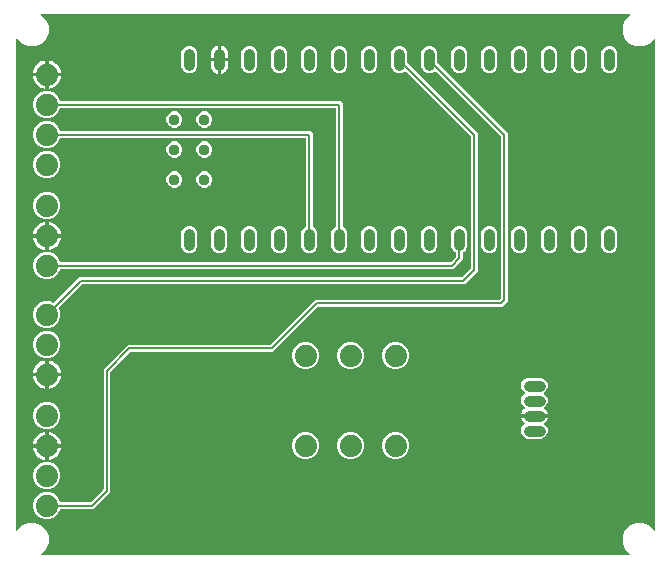
<source format=gbr>
G04 EAGLE Gerber X2 export*
%TF.Part,Single*%
%TF.FileFunction,Copper,L2,Bot,Mixed*%
%TF.FilePolarity,Positive*%
%TF.GenerationSoftware,Autodesk,EAGLE,8.7.0*%
%TF.CreationDate,2018-03-25T19:34:28Z*%
G75*
%MOMM*%
%FSLAX34Y34*%
%LPD*%
%AMOC8*
5,1,8,0,0,1.08239X$1,22.5*%
G01*
%ADD10C,0.914400*%
%ADD11C,1.879600*%
%ADD12C,0.960000*%
%ADD13C,0.960000*%
%ADD14C,0.152400*%

G36*
X544214Y24655D02*
X544214Y24655D01*
X544311Y24664D01*
X544335Y24674D01*
X544360Y24679D01*
X544446Y24724D01*
X544535Y24764D01*
X544555Y24781D01*
X544578Y24794D01*
X544645Y24864D01*
X544717Y24930D01*
X544729Y24953D01*
X544747Y24972D01*
X544788Y25060D01*
X544835Y25146D01*
X544840Y25171D01*
X544851Y25195D01*
X544861Y25292D01*
X544879Y25388D01*
X544875Y25414D01*
X544878Y25439D01*
X544857Y25535D01*
X544843Y25631D01*
X544831Y25654D01*
X544826Y25680D01*
X544775Y25764D01*
X544731Y25850D01*
X544713Y25869D01*
X544699Y25891D01*
X544625Y25954D01*
X544556Y26023D01*
X544527Y26038D01*
X544512Y26051D01*
X544482Y26063D01*
X544434Y26089D01*
X540445Y30079D01*
X538289Y35283D01*
X538289Y40917D01*
X540445Y46121D01*
X544429Y50105D01*
X549633Y52261D01*
X555267Y52261D01*
X560471Y50105D01*
X564466Y46111D01*
X564498Y46058D01*
X564544Y45972D01*
X564562Y45954D01*
X564576Y45932D01*
X564652Y45870D01*
X564722Y45803D01*
X564746Y45792D01*
X564766Y45775D01*
X564857Y45740D01*
X564945Y45699D01*
X564971Y45696D01*
X564995Y45687D01*
X565093Y45683D01*
X565189Y45672D01*
X565215Y45678D01*
X565241Y45677D01*
X565335Y45704D01*
X565430Y45724D01*
X565452Y45738D01*
X565477Y45745D01*
X565557Y45801D01*
X565641Y45851D01*
X565658Y45871D01*
X565679Y45885D01*
X565738Y45964D01*
X565801Y46038D01*
X565811Y46062D01*
X565826Y46083D01*
X565856Y46175D01*
X565893Y46266D01*
X565896Y46298D01*
X565902Y46317D01*
X565902Y46350D01*
X565911Y46432D01*
X565911Y461568D01*
X565896Y461664D01*
X565886Y461761D01*
X565876Y461785D01*
X565872Y461810D01*
X565826Y461896D01*
X565786Y461985D01*
X565769Y462005D01*
X565756Y462028D01*
X565686Y462095D01*
X565620Y462166D01*
X565597Y462179D01*
X565578Y462197D01*
X565490Y462238D01*
X565404Y462285D01*
X565379Y462290D01*
X565355Y462301D01*
X565258Y462311D01*
X565162Y462329D01*
X565136Y462325D01*
X565111Y462328D01*
X565015Y462307D01*
X564919Y462293D01*
X564896Y462281D01*
X564870Y462276D01*
X564787Y462226D01*
X564700Y462181D01*
X564681Y462163D01*
X564659Y462149D01*
X564596Y462075D01*
X564528Y462006D01*
X564512Y461977D01*
X564499Y461962D01*
X564487Y461932D01*
X564461Y461885D01*
X560471Y457895D01*
X555267Y455739D01*
X549633Y455739D01*
X544429Y457895D01*
X540445Y461879D01*
X538289Y467083D01*
X538289Y472717D01*
X540445Y477921D01*
X544439Y481916D01*
X544492Y481948D01*
X544578Y481994D01*
X544596Y482012D01*
X544618Y482026D01*
X544680Y482102D01*
X544747Y482172D01*
X544758Y482196D01*
X544775Y482216D01*
X544810Y482307D01*
X544851Y482395D01*
X544854Y482421D01*
X544863Y482445D01*
X544867Y482543D01*
X544878Y482639D01*
X544872Y482665D01*
X544873Y482691D01*
X544846Y482785D01*
X544826Y482880D01*
X544812Y482902D01*
X544805Y482927D01*
X544749Y483007D01*
X544699Y483091D01*
X544679Y483108D01*
X544665Y483129D01*
X544586Y483188D01*
X544512Y483251D01*
X544488Y483261D01*
X544467Y483276D01*
X544375Y483306D01*
X544284Y483343D01*
X544252Y483346D01*
X544233Y483352D01*
X544200Y483352D01*
X544118Y483361D01*
X46432Y483361D01*
X46336Y483346D01*
X46239Y483336D01*
X46215Y483326D01*
X46190Y483322D01*
X46104Y483276D01*
X46015Y483236D01*
X45995Y483219D01*
X45972Y483206D01*
X45905Y483136D01*
X45834Y483070D01*
X45821Y483047D01*
X45803Y483028D01*
X45762Y482940D01*
X45715Y482854D01*
X45710Y482829D01*
X45699Y482805D01*
X45689Y482708D01*
X45671Y482612D01*
X45675Y482586D01*
X45672Y482561D01*
X45693Y482465D01*
X45707Y482369D01*
X45719Y482346D01*
X45724Y482320D01*
X45774Y482237D01*
X45819Y482150D01*
X45837Y482131D01*
X45851Y482109D01*
X45925Y482046D01*
X45994Y481978D01*
X46023Y481962D01*
X46038Y481949D01*
X46068Y481937D01*
X46115Y481911D01*
X50105Y477921D01*
X52261Y472717D01*
X52261Y467083D01*
X50105Y461879D01*
X46121Y457895D01*
X40917Y455739D01*
X35283Y455739D01*
X30079Y457895D01*
X26085Y461889D01*
X26052Y461942D01*
X26006Y462028D01*
X25988Y462046D01*
X25974Y462068D01*
X25899Y462130D01*
X25828Y462197D01*
X25804Y462208D01*
X25784Y462225D01*
X25693Y462260D01*
X25605Y462301D01*
X25579Y462304D01*
X25555Y462313D01*
X25457Y462317D01*
X25361Y462328D01*
X25335Y462322D01*
X25309Y462323D01*
X25216Y462296D01*
X25120Y462276D01*
X25098Y462262D01*
X25073Y462255D01*
X24993Y462199D01*
X24909Y462149D01*
X24892Y462130D01*
X24871Y462115D01*
X24813Y462036D01*
X24749Y461962D01*
X24739Y461938D01*
X24724Y461917D01*
X24694Y461825D01*
X24657Y461734D01*
X24654Y461702D01*
X24648Y461683D01*
X24648Y461650D01*
X24639Y461568D01*
X24639Y46432D01*
X24655Y46336D01*
X24664Y46239D01*
X24674Y46215D01*
X24679Y46190D01*
X24724Y46104D01*
X24764Y46015D01*
X24781Y45995D01*
X24794Y45972D01*
X24864Y45905D01*
X24930Y45833D01*
X24953Y45821D01*
X24972Y45803D01*
X25060Y45762D01*
X25146Y45715D01*
X25171Y45710D01*
X25195Y45699D01*
X25292Y45689D01*
X25388Y45671D01*
X25414Y45675D01*
X25439Y45672D01*
X25535Y45693D01*
X25631Y45707D01*
X25654Y45719D01*
X25680Y45724D01*
X25764Y45775D01*
X25850Y45819D01*
X25869Y45837D01*
X25891Y45851D01*
X25954Y45925D01*
X26023Y45994D01*
X26038Y46023D01*
X26051Y46038D01*
X26063Y46068D01*
X26089Y46116D01*
X30079Y50105D01*
X35283Y52261D01*
X40917Y52261D01*
X46121Y50105D01*
X50105Y46121D01*
X52261Y40917D01*
X52261Y35283D01*
X50105Y30079D01*
X46111Y26085D01*
X46058Y26052D01*
X45972Y26006D01*
X45954Y25988D01*
X45932Y25974D01*
X45870Y25899D01*
X45803Y25828D01*
X45792Y25804D01*
X45775Y25784D01*
X45740Y25693D01*
X45699Y25605D01*
X45696Y25579D01*
X45687Y25555D01*
X45683Y25457D01*
X45672Y25361D01*
X45678Y25335D01*
X45677Y25309D01*
X45704Y25216D01*
X45724Y25120D01*
X45738Y25098D01*
X45745Y25073D01*
X45801Y24993D01*
X45851Y24909D01*
X45870Y24892D01*
X45885Y24871D01*
X45964Y24813D01*
X46038Y24749D01*
X46062Y24739D01*
X46083Y24724D01*
X46175Y24694D01*
X46266Y24657D01*
X46298Y24654D01*
X46317Y24648D01*
X46350Y24648D01*
X46432Y24639D01*
X544118Y24639D01*
X544214Y24655D01*
G37*
%LPC*%
G36*
X48523Y55226D02*
X48523Y55226D01*
X44315Y56969D01*
X41094Y60190D01*
X39351Y64398D01*
X39351Y68952D01*
X41094Y73160D01*
X44315Y76381D01*
X48523Y78124D01*
X53077Y78124D01*
X57285Y76381D01*
X60506Y73160D01*
X61832Y69958D01*
X61894Y69858D01*
X61954Y69758D01*
X61959Y69754D01*
X61962Y69749D01*
X62052Y69674D01*
X62141Y69598D01*
X62147Y69596D01*
X62151Y69592D01*
X62260Y69550D01*
X62369Y69506D01*
X62376Y69505D01*
X62381Y69504D01*
X62399Y69503D01*
X62536Y69488D01*
X87420Y69488D01*
X87510Y69502D01*
X87601Y69510D01*
X87630Y69522D01*
X87662Y69527D01*
X87743Y69570D01*
X87827Y69606D01*
X87859Y69632D01*
X87880Y69643D01*
X87902Y69666D01*
X87958Y69711D01*
X98564Y80317D01*
X98617Y80391D01*
X98677Y80461D01*
X98689Y80491D01*
X98708Y80517D01*
X98735Y80604D01*
X98769Y80689D01*
X98773Y80730D01*
X98780Y80752D01*
X98779Y80784D01*
X98787Y80855D01*
X98787Y182140D01*
X119485Y202838D01*
X239820Y202838D01*
X239910Y202852D01*
X240001Y202860D01*
X240030Y202872D01*
X240062Y202877D01*
X240143Y202920D01*
X240227Y202956D01*
X240259Y202982D01*
X240280Y202993D01*
X240302Y203016D01*
X240358Y203061D01*
X276364Y239067D01*
X278235Y240938D01*
X433495Y240938D01*
X433585Y240952D01*
X433676Y240960D01*
X433705Y240972D01*
X433737Y240977D01*
X433818Y241020D01*
X433902Y241056D01*
X433934Y241082D01*
X433955Y241093D01*
X433977Y241116D01*
X434033Y241161D01*
X435114Y242242D01*
X435167Y242316D01*
X435227Y242386D01*
X435239Y242416D01*
X435258Y242442D01*
X435285Y242529D01*
X435319Y242614D01*
X435323Y242655D01*
X435330Y242677D01*
X435329Y242709D01*
X435337Y242780D01*
X435337Y379520D01*
X435323Y379610D01*
X435315Y379701D01*
X435303Y379730D01*
X435298Y379762D01*
X435255Y379843D01*
X435219Y379927D01*
X435193Y379959D01*
X435182Y379980D01*
X435159Y380002D01*
X435114Y380058D01*
X380444Y434729D01*
X380427Y434740D01*
X380415Y434756D01*
X380328Y434812D01*
X380244Y434872D01*
X380225Y434878D01*
X380208Y434889D01*
X380108Y434914D01*
X380009Y434945D01*
X379989Y434944D01*
X379970Y434949D01*
X379867Y434941D01*
X379763Y434938D01*
X379744Y434931D01*
X379724Y434930D01*
X379629Y434889D01*
X379532Y434854D01*
X379516Y434841D01*
X379498Y434833D01*
X379367Y434729D01*
X378531Y433892D01*
X376013Y432849D01*
X373287Y432849D01*
X370769Y433892D01*
X368842Y435819D01*
X367799Y438337D01*
X367799Y450663D01*
X368842Y453181D01*
X370769Y455108D01*
X373287Y456151D01*
X376013Y456151D01*
X378531Y455108D01*
X380458Y453181D01*
X381501Y450663D01*
X381501Y441942D01*
X381515Y441852D01*
X381523Y441761D01*
X381535Y441732D01*
X381540Y441700D01*
X381583Y441619D01*
X381619Y441535D01*
X381645Y441503D01*
X381656Y441482D01*
X381679Y441460D01*
X381724Y441404D01*
X440963Y382165D01*
X440963Y240135D01*
X436140Y235312D01*
X280880Y235312D01*
X280790Y235298D01*
X280699Y235290D01*
X280670Y235278D01*
X280638Y235273D01*
X280557Y235230D01*
X280473Y235194D01*
X280441Y235168D01*
X280420Y235157D01*
X280398Y235134D01*
X280342Y235089D01*
X244336Y199083D01*
X242465Y197212D01*
X122130Y197212D01*
X122040Y197198D01*
X121949Y197190D01*
X121920Y197178D01*
X121888Y197173D01*
X121807Y197130D01*
X121723Y197094D01*
X121691Y197068D01*
X121670Y197057D01*
X121648Y197034D01*
X121592Y196989D01*
X104636Y180033D01*
X104583Y179959D01*
X104523Y179889D01*
X104511Y179859D01*
X104492Y179833D01*
X104465Y179746D01*
X104431Y179661D01*
X104427Y179620D01*
X104420Y179598D01*
X104421Y179566D01*
X104413Y179495D01*
X104413Y78210D01*
X90065Y63862D01*
X62536Y63862D01*
X62421Y63843D01*
X62305Y63826D01*
X62299Y63824D01*
X62293Y63823D01*
X62190Y63768D01*
X62085Y63715D01*
X62081Y63710D01*
X62075Y63707D01*
X61996Y63623D01*
X61913Y63539D01*
X61910Y63533D01*
X61906Y63529D01*
X61898Y63512D01*
X61832Y63392D01*
X60506Y60190D01*
X57285Y56969D01*
X53077Y55226D01*
X48523Y55226D01*
G37*
%LPD*%
%LPC*%
G36*
X48523Y217151D02*
X48523Y217151D01*
X44315Y218894D01*
X41094Y222115D01*
X39351Y226323D01*
X39351Y230877D01*
X41094Y235085D01*
X44315Y238306D01*
X48523Y240049D01*
X53077Y240049D01*
X56280Y238722D01*
X56393Y238696D01*
X56507Y238667D01*
X56513Y238667D01*
X56519Y238666D01*
X56636Y238677D01*
X56752Y238686D01*
X56758Y238689D01*
X56764Y238689D01*
X56872Y238737D01*
X56978Y238782D01*
X56984Y238787D01*
X56989Y238789D01*
X57003Y238802D01*
X57109Y238887D01*
X76339Y258117D01*
X78210Y259988D01*
X401745Y259988D01*
X401835Y260002D01*
X401926Y260010D01*
X401955Y260022D01*
X401987Y260027D01*
X402068Y260070D01*
X402152Y260106D01*
X402184Y260132D01*
X402205Y260143D01*
X402227Y260166D01*
X402283Y260211D01*
X409714Y267642D01*
X409767Y267716D01*
X409827Y267786D01*
X409839Y267816D01*
X409858Y267842D01*
X409885Y267929D01*
X409919Y268014D01*
X409923Y268055D01*
X409930Y268077D01*
X409929Y268109D01*
X409937Y268180D01*
X409937Y379520D01*
X409923Y379610D01*
X409915Y379701D01*
X409903Y379730D01*
X409898Y379762D01*
X409855Y379843D01*
X409819Y379927D01*
X409793Y379959D01*
X409782Y379980D01*
X409759Y380002D01*
X409714Y380058D01*
X355044Y434729D01*
X355027Y434740D01*
X355015Y434756D01*
X354928Y434812D01*
X354844Y434872D01*
X354825Y434878D01*
X354808Y434889D01*
X354708Y434914D01*
X354609Y434945D01*
X354589Y434944D01*
X354570Y434949D01*
X354467Y434941D01*
X354363Y434938D01*
X354344Y434931D01*
X354324Y434930D01*
X354230Y434889D01*
X354132Y434854D01*
X354116Y434841D01*
X354098Y434833D01*
X353967Y434729D01*
X353131Y433892D01*
X350613Y432849D01*
X347887Y432849D01*
X345369Y433892D01*
X343442Y435819D01*
X342399Y438337D01*
X342399Y450663D01*
X343442Y453181D01*
X345369Y455108D01*
X347887Y456151D01*
X350613Y456151D01*
X353131Y455108D01*
X355058Y453181D01*
X356101Y450663D01*
X356101Y441942D01*
X356115Y441852D01*
X356123Y441761D01*
X356135Y441732D01*
X356140Y441700D01*
X356183Y441619D01*
X356219Y441535D01*
X356245Y441503D01*
X356256Y441482D01*
X356279Y441460D01*
X356324Y441404D01*
X413692Y384036D01*
X415563Y382165D01*
X415563Y265535D01*
X406261Y256233D01*
X404390Y254362D01*
X80855Y254362D01*
X80765Y254348D01*
X80674Y254340D01*
X80645Y254328D01*
X80613Y254323D01*
X80532Y254280D01*
X80448Y254244D01*
X80416Y254218D01*
X80395Y254207D01*
X80373Y254184D01*
X80317Y254139D01*
X61087Y234909D01*
X61020Y234815D01*
X60949Y234721D01*
X60947Y234715D01*
X60944Y234710D01*
X60910Y234599D01*
X60873Y234487D01*
X60873Y234481D01*
X60871Y234475D01*
X60874Y234358D01*
X60875Y234241D01*
X60878Y234234D01*
X60878Y234229D01*
X60884Y234211D01*
X60922Y234080D01*
X62249Y230877D01*
X62249Y226323D01*
X60506Y222115D01*
X57285Y218894D01*
X53077Y217151D01*
X48523Y217151D01*
G37*
%LPD*%
%LPC*%
G36*
X48523Y258426D02*
X48523Y258426D01*
X44315Y260169D01*
X41094Y263390D01*
X39351Y267598D01*
X39351Y272152D01*
X41094Y276360D01*
X44315Y279581D01*
X48523Y281324D01*
X53077Y281324D01*
X57285Y279581D01*
X60506Y276360D01*
X61832Y273158D01*
X61894Y273058D01*
X61954Y272958D01*
X61959Y272954D01*
X61962Y272949D01*
X62052Y272874D01*
X62141Y272798D01*
X62147Y272796D01*
X62151Y272792D01*
X62260Y272750D01*
X62369Y272706D01*
X62376Y272705D01*
X62381Y272704D01*
X62399Y272703D01*
X62536Y272688D01*
X392220Y272688D01*
X392310Y272702D01*
X392401Y272710D01*
X392430Y272722D01*
X392462Y272727D01*
X392543Y272770D01*
X392627Y272806D01*
X392659Y272832D01*
X392680Y272843D01*
X392702Y272866D01*
X392758Y272911D01*
X397014Y277167D01*
X397067Y277241D01*
X397127Y277311D01*
X397139Y277341D01*
X397158Y277367D01*
X397185Y277454D01*
X397219Y277539D01*
X397223Y277580D01*
X397230Y277602D01*
X397229Y277634D01*
X397237Y277705D01*
X397237Y280541D01*
X397218Y280656D01*
X397201Y280772D01*
X397199Y280778D01*
X397198Y280784D01*
X397143Y280886D01*
X397090Y280991D01*
X397085Y280996D01*
X397082Y281001D01*
X396998Y281081D01*
X396914Y281164D01*
X396908Y281167D01*
X396904Y281171D01*
X396887Y281179D01*
X396767Y281245D01*
X396169Y281492D01*
X394242Y283419D01*
X393199Y285937D01*
X393199Y298263D01*
X394242Y300781D01*
X396169Y302708D01*
X398687Y303751D01*
X401413Y303751D01*
X403931Y302708D01*
X405858Y300781D01*
X406901Y298263D01*
X406901Y285937D01*
X405858Y283419D01*
X403931Y281492D01*
X403333Y281245D01*
X403233Y281183D01*
X403133Y281123D01*
X403129Y281118D01*
X403124Y281115D01*
X403049Y281024D01*
X402973Y280936D01*
X402971Y280930D01*
X402967Y280925D01*
X402925Y280817D01*
X402881Y280708D01*
X402880Y280700D01*
X402879Y280696D01*
X402878Y280678D01*
X402863Y280541D01*
X402863Y275060D01*
X394865Y267062D01*
X62536Y267062D01*
X62421Y267043D01*
X62305Y267026D01*
X62299Y267024D01*
X62293Y267023D01*
X62190Y266968D01*
X62085Y266915D01*
X62081Y266910D01*
X62075Y266907D01*
X61996Y266823D01*
X61913Y266739D01*
X61910Y266733D01*
X61906Y266729D01*
X61898Y266712D01*
X61832Y266592D01*
X60506Y263390D01*
X57285Y260169D01*
X53077Y258426D01*
X48523Y258426D01*
G37*
%LPD*%
%LPC*%
G36*
X297087Y280449D02*
X297087Y280449D01*
X294569Y281492D01*
X292642Y283419D01*
X291599Y285937D01*
X291599Y298263D01*
X292642Y300781D01*
X294569Y302708D01*
X295167Y302955D01*
X295267Y303017D01*
X295367Y303077D01*
X295371Y303082D01*
X295376Y303085D01*
X295451Y303175D01*
X295527Y303264D01*
X295529Y303270D01*
X295533Y303275D01*
X295575Y303383D01*
X295619Y303492D01*
X295620Y303500D01*
X295621Y303504D01*
X295622Y303522D01*
X295637Y303659D01*
X295637Y402826D01*
X295634Y402846D01*
X295636Y402865D01*
X295614Y402967D01*
X295598Y403069D01*
X295588Y403086D01*
X295584Y403106D01*
X295531Y403195D01*
X295482Y403286D01*
X295468Y403300D01*
X295458Y403317D01*
X295379Y403384D01*
X295304Y403456D01*
X295286Y403464D01*
X295271Y403477D01*
X295175Y403516D01*
X295081Y403559D01*
X295061Y403561D01*
X295043Y403569D01*
X294876Y403587D01*
X62536Y403587D01*
X62421Y403568D01*
X62305Y403551D01*
X62299Y403549D01*
X62293Y403548D01*
X62190Y403493D01*
X62085Y403440D01*
X62081Y403435D01*
X62075Y403432D01*
X61996Y403348D01*
X61913Y403264D01*
X61910Y403258D01*
X61906Y403254D01*
X61898Y403237D01*
X61832Y403117D01*
X60506Y399915D01*
X57285Y396694D01*
X53077Y394951D01*
X48523Y394951D01*
X44315Y396694D01*
X41094Y399915D01*
X39351Y404123D01*
X39351Y408677D01*
X41094Y412885D01*
X44315Y416106D01*
X48523Y417849D01*
X53077Y417849D01*
X57285Y416106D01*
X60506Y412885D01*
X61832Y409683D01*
X61894Y409583D01*
X61954Y409483D01*
X61959Y409479D01*
X61962Y409474D01*
X62052Y409399D01*
X62141Y409323D01*
X62147Y409321D01*
X62151Y409317D01*
X62260Y409275D01*
X62369Y409231D01*
X62376Y409230D01*
X62381Y409229D01*
X62399Y409228D01*
X62536Y409213D01*
X299615Y409213D01*
X301263Y407565D01*
X301263Y303659D01*
X301282Y303544D01*
X301299Y303428D01*
X301301Y303422D01*
X301302Y303416D01*
X301357Y303314D01*
X301410Y303209D01*
X301415Y303204D01*
X301418Y303199D01*
X301502Y303119D01*
X301586Y303036D01*
X301592Y303033D01*
X301596Y303029D01*
X301613Y303021D01*
X301733Y302955D01*
X302331Y302708D01*
X304258Y300781D01*
X305301Y298263D01*
X305301Y285937D01*
X304258Y283419D01*
X302331Y281492D01*
X299813Y280449D01*
X297087Y280449D01*
G37*
%LPD*%
%LPC*%
G36*
X271687Y280449D02*
X271687Y280449D01*
X269169Y281492D01*
X267242Y283419D01*
X266199Y285937D01*
X266199Y298263D01*
X267242Y300781D01*
X269169Y302708D01*
X269767Y302955D01*
X269867Y303017D01*
X269967Y303077D01*
X269971Y303082D01*
X269976Y303085D01*
X270051Y303175D01*
X270127Y303264D01*
X270129Y303270D01*
X270133Y303275D01*
X270175Y303383D01*
X270219Y303492D01*
X270220Y303500D01*
X270221Y303504D01*
X270222Y303522D01*
X270237Y303659D01*
X270237Y377426D01*
X270234Y377446D01*
X270236Y377465D01*
X270214Y377567D01*
X270198Y377669D01*
X270188Y377686D01*
X270184Y377706D01*
X270131Y377795D01*
X270082Y377886D01*
X270068Y377900D01*
X270058Y377917D01*
X269979Y377984D01*
X269904Y378056D01*
X269886Y378064D01*
X269871Y378077D01*
X269775Y378116D01*
X269681Y378159D01*
X269661Y378161D01*
X269643Y378169D01*
X269476Y378187D01*
X62536Y378187D01*
X62421Y378168D01*
X62305Y378151D01*
X62299Y378149D01*
X62293Y378148D01*
X62190Y378093D01*
X62085Y378040D01*
X62081Y378035D01*
X62075Y378032D01*
X61996Y377948D01*
X61913Y377864D01*
X61910Y377858D01*
X61906Y377854D01*
X61898Y377837D01*
X61832Y377717D01*
X60506Y374515D01*
X57285Y371294D01*
X53077Y369551D01*
X48523Y369551D01*
X44315Y371294D01*
X41094Y374515D01*
X39351Y378723D01*
X39351Y383277D01*
X41094Y387485D01*
X44315Y390706D01*
X48523Y392449D01*
X53077Y392449D01*
X57285Y390706D01*
X60506Y387485D01*
X61832Y384283D01*
X61894Y384183D01*
X61954Y384083D01*
X61959Y384079D01*
X61962Y384074D01*
X62052Y383999D01*
X62141Y383923D01*
X62147Y383921D01*
X62151Y383917D01*
X62260Y383875D01*
X62369Y383831D01*
X62376Y383830D01*
X62381Y383829D01*
X62399Y383828D01*
X62536Y383813D01*
X274215Y383813D01*
X275863Y382165D01*
X275863Y303659D01*
X275882Y303544D01*
X275899Y303428D01*
X275901Y303422D01*
X275902Y303416D01*
X275957Y303314D01*
X276010Y303209D01*
X276015Y303204D01*
X276018Y303199D01*
X276102Y303119D01*
X276186Y303036D01*
X276192Y303033D01*
X276196Y303029D01*
X276213Y303021D01*
X276333Y302955D01*
X276931Y302708D01*
X278858Y300781D01*
X279901Y298263D01*
X279901Y285937D01*
X278858Y283419D01*
X276931Y281492D01*
X274413Y280449D01*
X271687Y280449D01*
G37*
%LPD*%
%LPC*%
G36*
X457661Y123552D02*
X457661Y123552D01*
X455226Y124561D01*
X453364Y126423D01*
X452355Y128858D01*
X452355Y131492D01*
X453364Y133927D01*
X455193Y135756D01*
X455248Y135832D01*
X455308Y135904D01*
X455319Y135932D01*
X455336Y135955D01*
X455364Y136046D01*
X455399Y136133D01*
X455400Y136162D01*
X455409Y136190D01*
X455406Y136285D01*
X455411Y136379D01*
X455403Y136407D01*
X455402Y136436D01*
X455370Y136525D01*
X455344Y136616D01*
X455328Y136640D01*
X455318Y136667D01*
X455259Y136741D01*
X455206Y136819D01*
X455178Y136843D01*
X455164Y136859D01*
X455137Y136877D01*
X455077Y136927D01*
X454444Y137350D01*
X453453Y138341D01*
X452675Y139506D01*
X452139Y140800D01*
X452029Y141352D01*
X462788Y141352D01*
X462808Y141355D01*
X462827Y141353D01*
X462929Y141375D01*
X463031Y141392D01*
X463048Y141401D01*
X463068Y141405D01*
X463157Y141458D01*
X463248Y141507D01*
X463262Y141521D01*
X463279Y141531D01*
X463346Y141610D01*
X463417Y141685D01*
X463426Y141703D01*
X463439Y141718D01*
X463477Y141814D01*
X463521Y141908D01*
X463523Y141928D01*
X463531Y141946D01*
X463549Y142113D01*
X463549Y143637D01*
X463546Y143657D01*
X463548Y143676D01*
X463526Y143778D01*
X463509Y143880D01*
X463500Y143897D01*
X463496Y143917D01*
X463443Y144006D01*
X463394Y144097D01*
X463380Y144111D01*
X463370Y144128D01*
X463291Y144195D01*
X463216Y144266D01*
X463198Y144275D01*
X463183Y144288D01*
X463087Y144327D01*
X462993Y144370D01*
X462973Y144372D01*
X462955Y144380D01*
X462788Y144398D01*
X452029Y144398D01*
X452139Y144950D01*
X452675Y146244D01*
X453453Y147409D01*
X454444Y148400D01*
X455077Y148823D01*
X455146Y148887D01*
X455220Y148946D01*
X455236Y148971D01*
X455257Y148991D01*
X455302Y149074D01*
X455353Y149153D01*
X455360Y149182D01*
X455374Y149207D01*
X455390Y149300D01*
X455413Y149392D01*
X455411Y149421D01*
X455416Y149450D01*
X455401Y149543D01*
X455394Y149637D01*
X455382Y149664D01*
X455378Y149693D01*
X455334Y149777D01*
X455298Y149863D01*
X455275Y149892D01*
X455265Y149911D01*
X455241Y149934D01*
X455209Y149975D01*
X455208Y149975D01*
X455193Y149994D01*
X453364Y151823D01*
X452355Y154258D01*
X452355Y156892D01*
X453364Y159327D01*
X455226Y161189D01*
X455304Y161222D01*
X455365Y161259D01*
X455431Y161289D01*
X455469Y161324D01*
X455513Y161351D01*
X455559Y161407D01*
X455612Y161455D01*
X455637Y161501D01*
X455670Y161541D01*
X455696Y161608D01*
X455730Y161671D01*
X455740Y161722D01*
X455758Y161770D01*
X455761Y161842D01*
X455774Y161913D01*
X455767Y161964D01*
X455769Y162016D01*
X455749Y162085D01*
X455738Y162156D01*
X455715Y162202D01*
X455700Y162252D01*
X455659Y162311D01*
X455627Y162375D01*
X455590Y162412D01*
X455560Y162454D01*
X455502Y162497D01*
X455451Y162547D01*
X455389Y162582D01*
X455363Y162601D01*
X455340Y162608D01*
X455304Y162628D01*
X455226Y162661D01*
X453364Y164523D01*
X452355Y166958D01*
X452355Y169592D01*
X453364Y172027D01*
X455226Y173889D01*
X457661Y174898D01*
X469439Y174898D01*
X471874Y173889D01*
X473736Y172027D01*
X474745Y169592D01*
X474745Y166958D01*
X473736Y164523D01*
X471874Y162661D01*
X471796Y162628D01*
X471735Y162590D01*
X471669Y162561D01*
X471631Y162526D01*
X471587Y162499D01*
X471541Y162443D01*
X471488Y162395D01*
X471463Y162349D01*
X471430Y162309D01*
X471404Y162242D01*
X471369Y162179D01*
X471360Y162128D01*
X471342Y162080D01*
X471339Y162008D01*
X471326Y161937D01*
X471333Y161886D01*
X471331Y161834D01*
X471351Y161765D01*
X471362Y161694D01*
X471385Y161648D01*
X471400Y161598D01*
X471441Y161539D01*
X471473Y161475D01*
X471510Y161438D01*
X471540Y161396D01*
X471597Y161353D01*
X471649Y161303D01*
X471712Y161268D01*
X471737Y161249D01*
X471760Y161242D01*
X471796Y161222D01*
X471874Y161189D01*
X473736Y159327D01*
X474745Y156892D01*
X474745Y154258D01*
X473736Y151823D01*
X471907Y149994D01*
X471861Y149930D01*
X471844Y149912D01*
X471839Y149903D01*
X471792Y149846D01*
X471781Y149818D01*
X471764Y149795D01*
X471736Y149704D01*
X471701Y149617D01*
X471700Y149588D01*
X471691Y149560D01*
X471694Y149465D01*
X471689Y149371D01*
X471697Y149343D01*
X471698Y149314D01*
X471730Y149225D01*
X471756Y149134D01*
X471772Y149110D01*
X471782Y149083D01*
X471841Y149009D01*
X471894Y148931D01*
X471922Y148907D01*
X471936Y148891D01*
X471963Y148873D01*
X472023Y148823D01*
X472656Y148400D01*
X473647Y147409D01*
X474425Y146244D01*
X474961Y144950D01*
X475071Y144398D01*
X464312Y144398D01*
X464292Y144395D01*
X464273Y144397D01*
X464171Y144375D01*
X464069Y144358D01*
X464052Y144349D01*
X464032Y144345D01*
X463943Y144292D01*
X463852Y144243D01*
X463838Y144229D01*
X463821Y144219D01*
X463754Y144140D01*
X463683Y144065D01*
X463674Y144047D01*
X463661Y144032D01*
X463623Y143936D01*
X463579Y143842D01*
X463577Y143822D01*
X463569Y143804D01*
X463551Y143637D01*
X463551Y142113D01*
X463554Y142093D01*
X463552Y142074D01*
X463574Y141972D01*
X463591Y141870D01*
X463600Y141853D01*
X463604Y141833D01*
X463657Y141744D01*
X463706Y141653D01*
X463720Y141639D01*
X463730Y141622D01*
X463809Y141555D01*
X463884Y141484D01*
X463902Y141475D01*
X463917Y141462D01*
X464013Y141423D01*
X464107Y141380D01*
X464127Y141378D01*
X464145Y141370D01*
X464312Y141352D01*
X475071Y141352D01*
X474961Y140800D01*
X474425Y139506D01*
X473647Y138341D01*
X472656Y137350D01*
X472023Y136927D01*
X471954Y136863D01*
X471880Y136804D01*
X471864Y136779D01*
X471843Y136759D01*
X471798Y136676D01*
X471747Y136597D01*
X471740Y136568D01*
X471726Y136543D01*
X471710Y136450D01*
X471687Y136358D01*
X471689Y136329D01*
X471684Y136300D01*
X471699Y136207D01*
X471706Y136113D01*
X471718Y136086D01*
X471722Y136057D01*
X471766Y135973D01*
X471802Y135887D01*
X471825Y135858D01*
X471835Y135839D01*
X471859Y135816D01*
X471907Y135756D01*
X473736Y133927D01*
X474745Y131492D01*
X474745Y128858D01*
X473736Y126423D01*
X471874Y124561D01*
X469439Y123552D01*
X457661Y123552D01*
G37*
%LPD*%
%LPC*%
G36*
X48523Y80626D02*
X48523Y80626D01*
X44315Y82369D01*
X41094Y85590D01*
X39351Y89798D01*
X39351Y94352D01*
X41094Y98560D01*
X44315Y101781D01*
X48523Y103524D01*
X53077Y103524D01*
X57285Y101781D01*
X60506Y98560D01*
X62249Y94352D01*
X62249Y89798D01*
X60506Y85590D01*
X57285Y82369D01*
X53077Y80626D01*
X48523Y80626D01*
G37*
%LPD*%
%LPC*%
G36*
X48523Y191751D02*
X48523Y191751D01*
X44315Y193494D01*
X41094Y196715D01*
X39351Y200923D01*
X39351Y205477D01*
X41094Y209685D01*
X44315Y212906D01*
X48523Y214649D01*
X53077Y214649D01*
X57285Y212906D01*
X60506Y209685D01*
X62249Y205477D01*
X62249Y200923D01*
X60506Y196715D01*
X57285Y193494D01*
X53077Y191751D01*
X48523Y191751D01*
G37*
%LPD*%
%LPC*%
G36*
X343798Y182226D02*
X343798Y182226D01*
X339590Y183969D01*
X336369Y187190D01*
X334626Y191398D01*
X334626Y195952D01*
X336369Y200160D01*
X339590Y203381D01*
X343798Y205124D01*
X348352Y205124D01*
X352560Y203381D01*
X355781Y200160D01*
X357524Y195952D01*
X357524Y191398D01*
X355781Y187190D01*
X352560Y183969D01*
X348352Y182226D01*
X343798Y182226D01*
G37*
%LPD*%
%LPC*%
G36*
X305698Y182226D02*
X305698Y182226D01*
X301490Y183969D01*
X298269Y187190D01*
X296526Y191398D01*
X296526Y195952D01*
X298269Y200160D01*
X301490Y203381D01*
X305698Y205124D01*
X310252Y205124D01*
X314460Y203381D01*
X317681Y200160D01*
X319424Y195952D01*
X319424Y191398D01*
X317681Y187190D01*
X314460Y183969D01*
X310252Y182226D01*
X305698Y182226D01*
G37*
%LPD*%
%LPC*%
G36*
X48523Y309226D02*
X48523Y309226D01*
X44315Y310969D01*
X41094Y314190D01*
X39351Y318398D01*
X39351Y322952D01*
X41094Y327160D01*
X44315Y330381D01*
X48523Y332124D01*
X53077Y332124D01*
X57285Y330381D01*
X60506Y327160D01*
X62249Y322952D01*
X62249Y318398D01*
X60506Y314190D01*
X57285Y310969D01*
X53077Y309226D01*
X48523Y309226D01*
G37*
%LPD*%
%LPC*%
G36*
X48523Y344151D02*
X48523Y344151D01*
X44315Y345894D01*
X41094Y349115D01*
X39351Y353323D01*
X39351Y357877D01*
X41094Y362085D01*
X44315Y365306D01*
X48523Y367049D01*
X53077Y367049D01*
X57285Y365306D01*
X60506Y362085D01*
X62249Y357877D01*
X62249Y353323D01*
X60506Y349115D01*
X57285Y345894D01*
X53077Y344151D01*
X48523Y344151D01*
G37*
%LPD*%
%LPC*%
G36*
X267598Y182226D02*
X267598Y182226D01*
X263390Y183969D01*
X260169Y187190D01*
X258426Y191398D01*
X258426Y195952D01*
X260169Y200160D01*
X263390Y203381D01*
X267598Y205124D01*
X272152Y205124D01*
X276360Y203381D01*
X279581Y200160D01*
X281324Y195952D01*
X281324Y191398D01*
X279581Y187190D01*
X276360Y183969D01*
X272152Y182226D01*
X267598Y182226D01*
G37*
%LPD*%
%LPC*%
G36*
X48523Y131426D02*
X48523Y131426D01*
X44315Y133169D01*
X41094Y136390D01*
X39351Y140598D01*
X39351Y145152D01*
X41094Y149360D01*
X44315Y152581D01*
X48523Y154324D01*
X53077Y154324D01*
X57285Y152581D01*
X60506Y149360D01*
X62249Y145152D01*
X62249Y140598D01*
X60506Y136390D01*
X57285Y133169D01*
X53077Y131426D01*
X48523Y131426D01*
G37*
%LPD*%
%LPC*%
G36*
X343798Y106026D02*
X343798Y106026D01*
X339590Y107769D01*
X336369Y110990D01*
X334626Y115198D01*
X334626Y119752D01*
X336369Y123960D01*
X339590Y127181D01*
X343798Y128924D01*
X348352Y128924D01*
X352560Y127181D01*
X355781Y123960D01*
X357524Y119752D01*
X357524Y115198D01*
X355781Y110990D01*
X352560Y107769D01*
X348352Y106026D01*
X343798Y106026D01*
G37*
%LPD*%
%LPC*%
G36*
X305698Y106026D02*
X305698Y106026D01*
X301490Y107769D01*
X298269Y110990D01*
X296526Y115198D01*
X296526Y119752D01*
X298269Y123960D01*
X301490Y127181D01*
X305698Y128924D01*
X310252Y128924D01*
X314460Y127181D01*
X317681Y123960D01*
X319424Y119752D01*
X319424Y115198D01*
X317681Y110990D01*
X314460Y107769D01*
X310252Y106026D01*
X305698Y106026D01*
G37*
%LPD*%
%LPC*%
G36*
X267598Y106026D02*
X267598Y106026D01*
X263390Y107769D01*
X260169Y110990D01*
X258426Y115198D01*
X258426Y119752D01*
X260169Y123960D01*
X263390Y127181D01*
X267598Y128924D01*
X272152Y128924D01*
X276360Y127181D01*
X279581Y123960D01*
X281324Y119752D01*
X281324Y115198D01*
X279581Y110990D01*
X276360Y107769D01*
X272152Y106026D01*
X267598Y106026D01*
G37*
%LPD*%
%LPC*%
G36*
X170087Y432849D02*
X170087Y432849D01*
X167569Y433892D01*
X165642Y435819D01*
X164599Y438337D01*
X164599Y450663D01*
X165642Y453181D01*
X167569Y455108D01*
X170087Y456151D01*
X172813Y456151D01*
X175331Y455108D01*
X177258Y453181D01*
X178301Y450663D01*
X178301Y438337D01*
X177258Y435819D01*
X175331Y433892D01*
X172813Y432849D01*
X170087Y432849D01*
G37*
%LPD*%
%LPC*%
G36*
X500287Y280449D02*
X500287Y280449D01*
X497769Y281492D01*
X495842Y283419D01*
X494799Y285937D01*
X494799Y298263D01*
X495842Y300781D01*
X497769Y302708D01*
X500287Y303751D01*
X503013Y303751D01*
X505531Y302708D01*
X507458Y300781D01*
X508501Y298263D01*
X508501Y285937D01*
X507458Y283419D01*
X505531Y281492D01*
X503013Y280449D01*
X500287Y280449D01*
G37*
%LPD*%
%LPC*%
G36*
X246287Y432849D02*
X246287Y432849D01*
X243769Y433892D01*
X241842Y435819D01*
X240799Y438337D01*
X240799Y450663D01*
X241842Y453181D01*
X243769Y455108D01*
X246287Y456151D01*
X249013Y456151D01*
X251531Y455108D01*
X253458Y453181D01*
X254501Y450663D01*
X254501Y438337D01*
X253458Y435819D01*
X251531Y433892D01*
X249013Y432849D01*
X246287Y432849D01*
G37*
%LPD*%
%LPC*%
G36*
X449487Y432849D02*
X449487Y432849D01*
X446969Y433892D01*
X445042Y435819D01*
X443999Y438337D01*
X443999Y450663D01*
X445042Y453181D01*
X446969Y455108D01*
X449487Y456151D01*
X452213Y456151D01*
X454731Y455108D01*
X456658Y453181D01*
X457701Y450663D01*
X457701Y438337D01*
X456658Y435819D01*
X454731Y433892D01*
X452213Y432849D01*
X449487Y432849D01*
G37*
%LPD*%
%LPC*%
G36*
X271687Y432849D02*
X271687Y432849D01*
X269169Y433892D01*
X267242Y435819D01*
X266199Y438337D01*
X266199Y450663D01*
X267242Y453181D01*
X269169Y455108D01*
X271687Y456151D01*
X274413Y456151D01*
X276931Y455108D01*
X278858Y453181D01*
X279901Y450663D01*
X279901Y438337D01*
X278858Y435819D01*
X276931Y433892D01*
X274413Y432849D01*
X271687Y432849D01*
G37*
%LPD*%
%LPC*%
G36*
X449487Y280449D02*
X449487Y280449D01*
X446969Y281492D01*
X445042Y283419D01*
X443999Y285937D01*
X443999Y298263D01*
X445042Y300781D01*
X446969Y302708D01*
X449487Y303751D01*
X452213Y303751D01*
X454731Y302708D01*
X456658Y300781D01*
X457701Y298263D01*
X457701Y285937D01*
X456658Y283419D01*
X454731Y281492D01*
X452213Y280449D01*
X449487Y280449D01*
G37*
%LPD*%
%LPC*%
G36*
X297087Y432849D02*
X297087Y432849D01*
X294569Y433892D01*
X292642Y435819D01*
X291599Y438337D01*
X291599Y450663D01*
X292642Y453181D01*
X294569Y455108D01*
X297087Y456151D01*
X299813Y456151D01*
X302331Y455108D01*
X304258Y453181D01*
X305301Y450663D01*
X305301Y438337D01*
X304258Y435819D01*
X302331Y433892D01*
X299813Y432849D01*
X297087Y432849D01*
G37*
%LPD*%
%LPC*%
G36*
X322487Y432849D02*
X322487Y432849D01*
X319969Y433892D01*
X318042Y435819D01*
X316999Y438337D01*
X316999Y450663D01*
X318042Y453181D01*
X319969Y455108D01*
X322487Y456151D01*
X325213Y456151D01*
X327731Y455108D01*
X329658Y453181D01*
X330701Y450663D01*
X330701Y438337D01*
X329658Y435819D01*
X327731Y433892D01*
X325213Y432849D01*
X322487Y432849D01*
G37*
%LPD*%
%LPC*%
G36*
X525687Y280449D02*
X525687Y280449D01*
X523169Y281492D01*
X521242Y283419D01*
X520199Y285937D01*
X520199Y298263D01*
X521242Y300781D01*
X523169Y302708D01*
X525687Y303751D01*
X528413Y303751D01*
X530931Y302708D01*
X532858Y300781D01*
X533901Y298263D01*
X533901Y285937D01*
X532858Y283419D01*
X530931Y281492D01*
X528413Y280449D01*
X525687Y280449D01*
G37*
%LPD*%
%LPC*%
G36*
X246287Y280449D02*
X246287Y280449D01*
X243769Y281492D01*
X241842Y283419D01*
X240799Y285937D01*
X240799Y298263D01*
X241842Y300781D01*
X243769Y302708D01*
X246287Y303751D01*
X249013Y303751D01*
X251531Y302708D01*
X253458Y300781D01*
X254501Y298263D01*
X254501Y285937D01*
X253458Y283419D01*
X251531Y281492D01*
X249013Y280449D01*
X246287Y280449D01*
G37*
%LPD*%
%LPC*%
G36*
X398687Y432849D02*
X398687Y432849D01*
X396169Y433892D01*
X394242Y435819D01*
X393199Y438337D01*
X393199Y450663D01*
X394242Y453181D01*
X396169Y455108D01*
X398687Y456151D01*
X401413Y456151D01*
X403931Y455108D01*
X405858Y453181D01*
X406901Y450663D01*
X406901Y438337D01*
X405858Y435819D01*
X403931Y433892D01*
X401413Y432849D01*
X398687Y432849D01*
G37*
%LPD*%
%LPC*%
G36*
X220887Y280449D02*
X220887Y280449D01*
X218369Y281492D01*
X216442Y283419D01*
X215399Y285937D01*
X215399Y298263D01*
X216442Y300781D01*
X218369Y302708D01*
X220887Y303751D01*
X223613Y303751D01*
X226131Y302708D01*
X228058Y300781D01*
X229101Y298263D01*
X229101Y285937D01*
X228058Y283419D01*
X226131Y281492D01*
X223613Y280449D01*
X220887Y280449D01*
G37*
%LPD*%
%LPC*%
G36*
X474887Y432849D02*
X474887Y432849D01*
X472369Y433892D01*
X470442Y435819D01*
X469399Y438337D01*
X469399Y450663D01*
X470442Y453181D01*
X472369Y455108D01*
X474887Y456151D01*
X477613Y456151D01*
X480131Y455108D01*
X482058Y453181D01*
X483101Y450663D01*
X483101Y438337D01*
X482058Y435819D01*
X480131Y433892D01*
X477613Y432849D01*
X474887Y432849D01*
G37*
%LPD*%
%LPC*%
G36*
X220887Y432849D02*
X220887Y432849D01*
X218369Y433892D01*
X216442Y435819D01*
X215399Y438337D01*
X215399Y450663D01*
X216442Y453181D01*
X218369Y455108D01*
X220887Y456151D01*
X223613Y456151D01*
X226131Y455108D01*
X228058Y453181D01*
X229101Y450663D01*
X229101Y438337D01*
X228058Y435819D01*
X226131Y433892D01*
X223613Y432849D01*
X220887Y432849D01*
G37*
%LPD*%
%LPC*%
G36*
X195487Y280449D02*
X195487Y280449D01*
X192969Y281492D01*
X191042Y283419D01*
X189999Y285937D01*
X189999Y298263D01*
X191042Y300781D01*
X192969Y302708D01*
X195487Y303751D01*
X198213Y303751D01*
X200731Y302708D01*
X202658Y300781D01*
X203701Y298263D01*
X203701Y285937D01*
X202658Y283419D01*
X200731Y281492D01*
X198213Y280449D01*
X195487Y280449D01*
G37*
%LPD*%
%LPC*%
G36*
X170087Y280449D02*
X170087Y280449D01*
X167569Y281492D01*
X165642Y283419D01*
X164599Y285937D01*
X164599Y298263D01*
X165642Y300781D01*
X167569Y302708D01*
X170087Y303751D01*
X172813Y303751D01*
X175331Y302708D01*
X177258Y300781D01*
X178301Y298263D01*
X178301Y285937D01*
X177258Y283419D01*
X175331Y281492D01*
X172813Y280449D01*
X170087Y280449D01*
G37*
%LPD*%
%LPC*%
G36*
X525687Y432849D02*
X525687Y432849D01*
X523169Y433892D01*
X521242Y435819D01*
X520199Y438337D01*
X520199Y450663D01*
X521242Y453181D01*
X523169Y455108D01*
X525687Y456151D01*
X528413Y456151D01*
X530931Y455108D01*
X532858Y453181D01*
X533901Y450663D01*
X533901Y438337D01*
X532858Y435819D01*
X530931Y433892D01*
X528413Y432849D01*
X525687Y432849D01*
G37*
%LPD*%
%LPC*%
G36*
X424087Y280449D02*
X424087Y280449D01*
X421569Y281492D01*
X419642Y283419D01*
X418599Y285937D01*
X418599Y298263D01*
X419642Y300781D01*
X421569Y302708D01*
X424087Y303751D01*
X426813Y303751D01*
X429331Y302708D01*
X431258Y300781D01*
X432301Y298263D01*
X432301Y285937D01*
X431258Y283419D01*
X429331Y281492D01*
X426813Y280449D01*
X424087Y280449D01*
G37*
%LPD*%
%LPC*%
G36*
X500287Y432849D02*
X500287Y432849D01*
X497769Y433892D01*
X495842Y435819D01*
X494799Y438337D01*
X494799Y450663D01*
X495842Y453181D01*
X497769Y455108D01*
X500287Y456151D01*
X503013Y456151D01*
X505531Y455108D01*
X507458Y453181D01*
X508501Y450663D01*
X508501Y438337D01*
X507458Y435819D01*
X505531Y433892D01*
X503013Y432849D01*
X500287Y432849D01*
G37*
%LPD*%
%LPC*%
G36*
X474887Y280449D02*
X474887Y280449D01*
X472369Y281492D01*
X470442Y283419D01*
X469399Y285937D01*
X469399Y298263D01*
X470442Y300781D01*
X472369Y302708D01*
X474887Y303751D01*
X477613Y303751D01*
X480131Y302708D01*
X482058Y300781D01*
X483101Y298263D01*
X483101Y285937D01*
X482058Y283419D01*
X480131Y281492D01*
X477613Y280449D01*
X474887Y280449D01*
G37*
%LPD*%
%LPC*%
G36*
X347887Y280449D02*
X347887Y280449D01*
X345369Y281492D01*
X343442Y283419D01*
X342399Y285937D01*
X342399Y298263D01*
X343442Y300781D01*
X345369Y302708D01*
X347887Y303751D01*
X350613Y303751D01*
X353131Y302708D01*
X355058Y300781D01*
X356101Y298263D01*
X356101Y285937D01*
X355058Y283419D01*
X353131Y281492D01*
X350613Y280449D01*
X347887Y280449D01*
G37*
%LPD*%
%LPC*%
G36*
X322487Y280449D02*
X322487Y280449D01*
X319969Y281492D01*
X318042Y283419D01*
X316999Y285937D01*
X316999Y298263D01*
X318042Y300781D01*
X319969Y302708D01*
X322487Y303751D01*
X325213Y303751D01*
X327731Y302708D01*
X329658Y300781D01*
X330701Y298263D01*
X330701Y285937D01*
X329658Y283419D01*
X327731Y281492D01*
X325213Y280449D01*
X322487Y280449D01*
G37*
%LPD*%
%LPC*%
G36*
X424087Y432849D02*
X424087Y432849D01*
X421569Y433892D01*
X419642Y435819D01*
X418599Y438337D01*
X418599Y450663D01*
X419642Y453181D01*
X421569Y455108D01*
X424087Y456151D01*
X426813Y456151D01*
X429331Y455108D01*
X431258Y453181D01*
X432301Y450663D01*
X432301Y438337D01*
X431258Y435819D01*
X429331Y433892D01*
X426813Y432849D01*
X424087Y432849D01*
G37*
%LPD*%
%LPC*%
G36*
X373287Y280449D02*
X373287Y280449D01*
X370769Y281492D01*
X368842Y283419D01*
X367799Y285937D01*
X367799Y298263D01*
X368842Y300781D01*
X370769Y302708D01*
X373287Y303751D01*
X376013Y303751D01*
X378531Y302708D01*
X380458Y300781D01*
X381501Y298263D01*
X381501Y285937D01*
X380458Y283419D01*
X378531Y281492D01*
X376013Y280449D01*
X373287Y280449D01*
G37*
%LPD*%
%LPC*%
G36*
X157387Y361449D02*
X157387Y361449D01*
X154869Y362492D01*
X152942Y364419D01*
X151899Y366937D01*
X151899Y369663D01*
X152942Y372181D01*
X154869Y374108D01*
X157387Y375151D01*
X160113Y375151D01*
X162631Y374108D01*
X164558Y372181D01*
X165601Y369663D01*
X165601Y366937D01*
X164558Y364419D01*
X162631Y362492D01*
X160113Y361449D01*
X157387Y361449D01*
G37*
%LPD*%
%LPC*%
G36*
X182787Y336049D02*
X182787Y336049D01*
X180269Y337092D01*
X178342Y339019D01*
X177299Y341537D01*
X177299Y344263D01*
X178342Y346781D01*
X180269Y348708D01*
X182787Y349751D01*
X185513Y349751D01*
X188031Y348708D01*
X189958Y346781D01*
X191001Y344263D01*
X191001Y341537D01*
X189958Y339019D01*
X188031Y337092D01*
X185513Y336049D01*
X182787Y336049D01*
G37*
%LPD*%
%LPC*%
G36*
X182787Y361449D02*
X182787Y361449D01*
X180269Y362492D01*
X178342Y364419D01*
X177299Y366937D01*
X177299Y369663D01*
X178342Y372181D01*
X180269Y374108D01*
X182787Y375151D01*
X185513Y375151D01*
X188031Y374108D01*
X189958Y372181D01*
X191001Y369663D01*
X191001Y366937D01*
X189958Y364419D01*
X188031Y362492D01*
X185513Y361449D01*
X182787Y361449D01*
G37*
%LPD*%
%LPC*%
G36*
X157387Y386849D02*
X157387Y386849D01*
X154869Y387892D01*
X152942Y389819D01*
X151899Y392337D01*
X151899Y395063D01*
X152942Y397581D01*
X154869Y399508D01*
X157387Y400551D01*
X160113Y400551D01*
X162631Y399508D01*
X164558Y397581D01*
X165601Y395063D01*
X165601Y392337D01*
X164558Y389819D01*
X162631Y387892D01*
X160113Y386849D01*
X157387Y386849D01*
G37*
%LPD*%
%LPC*%
G36*
X182787Y386849D02*
X182787Y386849D01*
X180269Y387892D01*
X178342Y389819D01*
X177299Y392337D01*
X177299Y395063D01*
X178342Y397581D01*
X180269Y399508D01*
X182787Y400551D01*
X185513Y400551D01*
X188031Y399508D01*
X189958Y397581D01*
X191001Y395063D01*
X191001Y392337D01*
X189958Y389819D01*
X188031Y387892D01*
X185513Y386849D01*
X182787Y386849D01*
G37*
%LPD*%
%LPC*%
G36*
X157387Y336049D02*
X157387Y336049D01*
X154869Y337092D01*
X152942Y339019D01*
X151899Y341537D01*
X151899Y344263D01*
X152942Y346781D01*
X154869Y348708D01*
X157387Y349751D01*
X160113Y349751D01*
X162631Y348708D01*
X164558Y346781D01*
X165601Y344263D01*
X165601Y341537D01*
X164558Y339019D01*
X162631Y337092D01*
X160113Y336049D01*
X157387Y336049D01*
G37*
%LPD*%
%LPC*%
G36*
X52323Y433323D02*
X52323Y433323D01*
X52323Y443646D01*
X53596Y443445D01*
X55383Y442864D01*
X57057Y442011D01*
X58578Y440906D01*
X59906Y439578D01*
X61011Y438057D01*
X61864Y436383D01*
X62445Y434596D01*
X62646Y433323D01*
X52323Y433323D01*
G37*
%LPD*%
%LPC*%
G36*
X52323Y179323D02*
X52323Y179323D01*
X52323Y189646D01*
X53596Y189445D01*
X55383Y188864D01*
X57057Y188011D01*
X58578Y186906D01*
X59906Y185578D01*
X61011Y184057D01*
X61864Y182383D01*
X62445Y180596D01*
X62646Y179323D01*
X52323Y179323D01*
G37*
%LPD*%
%LPC*%
G36*
X52323Y118998D02*
X52323Y118998D01*
X52323Y129321D01*
X53596Y129120D01*
X55383Y128539D01*
X57057Y127686D01*
X58578Y126581D01*
X59906Y125253D01*
X61011Y123732D01*
X61864Y122058D01*
X62445Y120271D01*
X62646Y118998D01*
X52323Y118998D01*
G37*
%LPD*%
%LPC*%
G36*
X52323Y296798D02*
X52323Y296798D01*
X52323Y307121D01*
X53596Y306920D01*
X55383Y306339D01*
X57057Y305486D01*
X58578Y304381D01*
X59906Y303053D01*
X61011Y301532D01*
X61864Y299858D01*
X62445Y298071D01*
X62646Y296798D01*
X52323Y296798D01*
G37*
%LPD*%
%LPC*%
G36*
X38954Y296798D02*
X38954Y296798D01*
X39155Y298071D01*
X39736Y299858D01*
X40589Y301532D01*
X41694Y303053D01*
X43022Y304381D01*
X44543Y305486D01*
X46217Y306339D01*
X48004Y306920D01*
X49277Y307121D01*
X49277Y296798D01*
X38954Y296798D01*
G37*
%LPD*%
%LPC*%
G36*
X52323Y293752D02*
X52323Y293752D01*
X62646Y293752D01*
X62445Y292479D01*
X61864Y290692D01*
X61011Y289018D01*
X59906Y287497D01*
X58578Y286169D01*
X57057Y285064D01*
X55383Y284211D01*
X53596Y283630D01*
X52323Y283429D01*
X52323Y293752D01*
G37*
%LPD*%
%LPC*%
G36*
X38954Y118998D02*
X38954Y118998D01*
X39155Y120271D01*
X39736Y122058D01*
X40589Y123732D01*
X41694Y125253D01*
X43022Y126581D01*
X44543Y127686D01*
X46217Y128539D01*
X48004Y129120D01*
X49277Y129321D01*
X49277Y118998D01*
X38954Y118998D01*
G37*
%LPD*%
%LPC*%
G36*
X38954Y433323D02*
X38954Y433323D01*
X39155Y434596D01*
X39736Y436383D01*
X40589Y438057D01*
X41694Y439578D01*
X43022Y440906D01*
X44543Y442011D01*
X46217Y442864D01*
X48004Y443445D01*
X49277Y443646D01*
X49277Y433323D01*
X38954Y433323D01*
G37*
%LPD*%
%LPC*%
G36*
X52323Y176277D02*
X52323Y176277D01*
X62646Y176277D01*
X62445Y175004D01*
X61864Y173217D01*
X61011Y171543D01*
X59906Y170022D01*
X58578Y168694D01*
X57057Y167589D01*
X55383Y166736D01*
X53596Y166155D01*
X52323Y165954D01*
X52323Y176277D01*
G37*
%LPD*%
%LPC*%
G36*
X52323Y430277D02*
X52323Y430277D01*
X62646Y430277D01*
X62445Y429004D01*
X61864Y427217D01*
X61011Y425543D01*
X59906Y424022D01*
X58578Y422694D01*
X57057Y421589D01*
X55383Y420736D01*
X53596Y420155D01*
X52323Y419954D01*
X52323Y430277D01*
G37*
%LPD*%
%LPC*%
G36*
X38954Y179323D02*
X38954Y179323D01*
X39155Y180596D01*
X39736Y182383D01*
X40589Y184057D01*
X41694Y185578D01*
X43022Y186906D01*
X44543Y188011D01*
X46217Y188864D01*
X48004Y189445D01*
X49277Y189646D01*
X49277Y179323D01*
X38954Y179323D01*
G37*
%LPD*%
%LPC*%
G36*
X52323Y115952D02*
X52323Y115952D01*
X62646Y115952D01*
X62445Y114679D01*
X61864Y112892D01*
X61011Y111218D01*
X59906Y109697D01*
X58578Y108369D01*
X57057Y107264D01*
X55383Y106411D01*
X53596Y105830D01*
X52323Y105629D01*
X52323Y115952D01*
G37*
%LPD*%
%LPC*%
G36*
X48004Y420155D02*
X48004Y420155D01*
X46217Y420736D01*
X44543Y421589D01*
X43022Y422694D01*
X41694Y424022D01*
X40589Y425543D01*
X39736Y427217D01*
X39155Y429004D01*
X38954Y430277D01*
X49277Y430277D01*
X49277Y419954D01*
X48004Y420155D01*
G37*
%LPD*%
%LPC*%
G36*
X48004Y166155D02*
X48004Y166155D01*
X46217Y166736D01*
X44543Y167589D01*
X43022Y168694D01*
X41694Y170022D01*
X40589Y171543D01*
X39736Y173217D01*
X39155Y175004D01*
X38954Y176277D01*
X49277Y176277D01*
X49277Y165954D01*
X48004Y166155D01*
G37*
%LPD*%
%LPC*%
G36*
X48004Y283630D02*
X48004Y283630D01*
X46217Y284211D01*
X44543Y285064D01*
X43022Y286169D01*
X41694Y287497D01*
X40589Y289018D01*
X39736Y290692D01*
X39155Y292479D01*
X38954Y293752D01*
X49277Y293752D01*
X49277Y283429D01*
X48004Y283630D01*
G37*
%LPD*%
%LPC*%
G36*
X48004Y105830D02*
X48004Y105830D01*
X46217Y106411D01*
X44543Y107264D01*
X43022Y108369D01*
X41694Y109697D01*
X40589Y111218D01*
X39736Y112892D01*
X39155Y114679D01*
X38954Y115952D01*
X49277Y115952D01*
X49277Y105629D01*
X48004Y105830D01*
G37*
%LPD*%
%LPC*%
G36*
X198373Y446023D02*
X198373Y446023D01*
X198373Y456482D01*
X198991Y456359D01*
X200327Y455805D01*
X201530Y455002D01*
X202552Y453980D01*
X203355Y452777D01*
X203909Y451441D01*
X204191Y450023D01*
X204191Y446023D01*
X198373Y446023D01*
G37*
%LPD*%
%LPC*%
G36*
X198373Y442977D02*
X198373Y442977D01*
X204191Y442977D01*
X204191Y438977D01*
X203909Y437559D01*
X203355Y436223D01*
X202552Y435020D01*
X201530Y433998D01*
X200327Y433195D01*
X198991Y432641D01*
X198373Y432518D01*
X198373Y442977D01*
G37*
%LPD*%
%LPC*%
G36*
X189509Y446023D02*
X189509Y446023D01*
X189509Y450023D01*
X189791Y451441D01*
X190345Y452777D01*
X191148Y453980D01*
X192170Y455002D01*
X193373Y455805D01*
X194709Y456359D01*
X195327Y456482D01*
X195327Y446023D01*
X189509Y446023D01*
G37*
%LPD*%
%LPC*%
G36*
X194709Y432641D02*
X194709Y432641D01*
X193373Y433195D01*
X192170Y433998D01*
X191148Y435020D01*
X190345Y436223D01*
X189791Y437559D01*
X189509Y438977D01*
X189509Y442977D01*
X195327Y442977D01*
X195327Y432518D01*
X194709Y432641D01*
G37*
%LPD*%
%LPC*%
G36*
X196849Y444499D02*
X196849Y444499D01*
X196849Y444501D01*
X196851Y444501D01*
X196851Y444499D01*
X196849Y444499D01*
G37*
%LPD*%
%LPC*%
G36*
X50799Y117474D02*
X50799Y117474D01*
X50799Y117476D01*
X50801Y117476D01*
X50801Y117474D01*
X50799Y117474D01*
G37*
%LPD*%
%LPC*%
G36*
X50799Y177799D02*
X50799Y177799D01*
X50799Y177801D01*
X50801Y177801D01*
X50801Y177799D01*
X50799Y177799D01*
G37*
%LPD*%
%LPC*%
G36*
X50799Y295274D02*
X50799Y295274D01*
X50799Y295276D01*
X50801Y295276D01*
X50801Y295274D01*
X50799Y295274D01*
G37*
%LPD*%
%LPC*%
G36*
X50799Y431799D02*
X50799Y431799D01*
X50799Y431801D01*
X50801Y431801D01*
X50801Y431799D01*
X50799Y431799D01*
G37*
%LPD*%
D10*
X458978Y142875D02*
X468122Y142875D01*
X468122Y130175D02*
X458978Y130175D01*
X458978Y155575D02*
X468122Y155575D01*
X468122Y168275D02*
X458978Y168275D01*
D11*
X50800Y355600D03*
X50800Y381000D03*
X50800Y406400D03*
X50800Y431800D03*
X50800Y66675D03*
X50800Y92075D03*
X50800Y117475D03*
X50800Y142875D03*
X307975Y193675D03*
X307975Y117475D03*
X269875Y193675D03*
X269875Y117475D03*
X346075Y193675D03*
X346075Y117475D03*
X50800Y269875D03*
X50800Y295275D03*
X50800Y320675D03*
D12*
X171450Y296900D02*
X171450Y287300D01*
X196850Y287300D02*
X196850Y296900D01*
X222250Y296900D02*
X222250Y287300D01*
X247650Y287300D02*
X247650Y296900D01*
X273050Y296900D02*
X273050Y287300D01*
X298450Y287300D02*
X298450Y296900D01*
X323850Y296900D02*
X323850Y287300D01*
X349250Y287300D02*
X349250Y296900D01*
X374650Y296900D02*
X374650Y287300D01*
X400050Y287300D02*
X400050Y296900D01*
X425450Y296900D02*
X425450Y287300D01*
X450850Y287300D02*
X450850Y296900D01*
X171450Y439700D02*
X171450Y449300D01*
X196850Y449300D02*
X196850Y439700D01*
X222250Y439700D02*
X222250Y449300D01*
X374650Y449300D02*
X374650Y439700D01*
X400050Y439700D02*
X400050Y449300D01*
X425450Y449300D02*
X425450Y439700D01*
X450850Y439700D02*
X450850Y449300D01*
X527050Y449300D02*
X527050Y439700D01*
X527050Y296900D02*
X527050Y287300D01*
X501650Y287300D02*
X501650Y296900D01*
X476250Y296900D02*
X476250Y287300D01*
X501650Y439700D02*
X501650Y449300D01*
X476250Y449300D02*
X476250Y439700D01*
X247650Y439700D02*
X247650Y449300D01*
D13*
X184150Y393700D03*
X184150Y368300D03*
X184150Y342900D03*
D12*
X349250Y439700D02*
X349250Y449300D01*
X323850Y449300D02*
X323850Y439700D01*
X298450Y439700D02*
X298450Y449300D01*
X273050Y449300D02*
X273050Y439700D01*
D13*
X158750Y393700D03*
X158750Y368300D03*
X158750Y342900D03*
D11*
X50800Y177800D03*
X50800Y203200D03*
X50800Y228600D03*
D14*
X269875Y117475D02*
X270000Y117500D01*
X393700Y269875D02*
X50800Y269875D01*
X400050Y276225D02*
X400050Y292100D01*
X400050Y276225D02*
X393700Y269875D01*
X298450Y292100D02*
X298450Y406400D01*
X50800Y406400D01*
X273050Y381000D02*
X273050Y292100D01*
X273050Y381000D02*
X50800Y381000D01*
X374650Y444500D02*
X438150Y381000D01*
X438150Y241300D01*
X434975Y238125D01*
X279400Y238125D01*
X241300Y200025D02*
X120650Y200025D01*
X101600Y180975D01*
X101600Y79375D01*
X88900Y66675D01*
X50800Y66675D01*
X241300Y200025D02*
X279400Y238125D01*
X412750Y381000D02*
X349250Y444500D01*
X412750Y381000D02*
X412750Y266700D01*
X403225Y257175D01*
X79375Y257175D02*
X50800Y228600D01*
X79375Y257175D02*
X403225Y257175D01*
M02*

</source>
